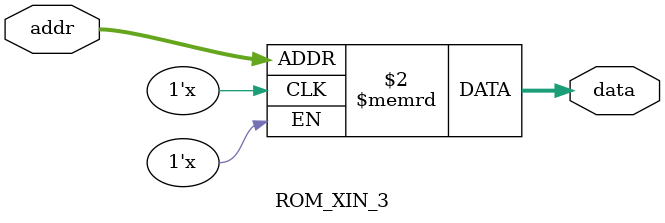
<source format=v>
module ROM_XIN_3 #(
    parameter DATA_WIDTH = 32,
    parameter ADDR_WIDTH = 6,
    parameter ROM_DEPTH  = 49
) (
    input  wire [ADDR_WIDTH-1:0] addr,
    output reg [DATA_WIDTH-1:0] data
);
    // Define the ROM memory array
    reg [DATA_WIDTH-1:0] rom [0:ROM_DEPTH-1];

    // ROM Initialization
    always @(*) begin
        data = rom[addr];
    end


endmodule
</source>
